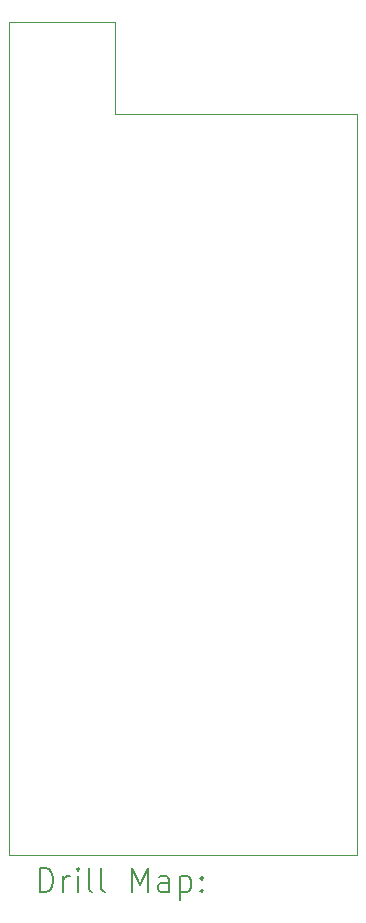
<source format=gbr>
%TF.GenerationSoftware,KiCad,Pcbnew,7.0.7*%
%TF.CreationDate,2024-02-09T14:16:55-05:00*%
%TF.ProjectId,key-fob-pcb,6b65792d-666f-4622-9d70-63622e6b6963,rev?*%
%TF.SameCoordinates,Original*%
%TF.FileFunction,Drillmap*%
%TF.FilePolarity,Positive*%
%FSLAX45Y45*%
G04 Gerber Fmt 4.5, Leading zero omitted, Abs format (unit mm)*
G04 Created by KiCad (PCBNEW 7.0.7) date 2024-02-09 14:16:55*
%MOMM*%
%LPD*%
G01*
G04 APERTURE LIST*
%ADD10C,0.038100*%
%ADD11C,0.200000*%
G04 APERTURE END LIST*
D10*
X13825000Y-15700000D02*
X16775000Y-15700000D01*
X14725000Y-8650000D02*
X13825000Y-8650000D01*
X14725000Y-9425000D02*
X14725000Y-8650000D01*
X16775000Y-9425000D02*
X14725000Y-9425000D01*
X16775000Y-15700000D02*
X16775000Y-9425000D01*
X13825000Y-8650000D02*
X13825000Y-15700000D01*
D11*
X14083872Y-16013389D02*
X14083872Y-15813389D01*
X14083872Y-15813389D02*
X14131491Y-15813389D01*
X14131491Y-15813389D02*
X14160062Y-15822913D01*
X14160062Y-15822913D02*
X14179110Y-15841960D01*
X14179110Y-15841960D02*
X14188634Y-15861008D01*
X14188634Y-15861008D02*
X14198157Y-15899103D01*
X14198157Y-15899103D02*
X14198157Y-15927674D01*
X14198157Y-15927674D02*
X14188634Y-15965770D01*
X14188634Y-15965770D02*
X14179110Y-15984817D01*
X14179110Y-15984817D02*
X14160062Y-16003865D01*
X14160062Y-16003865D02*
X14131491Y-16013389D01*
X14131491Y-16013389D02*
X14083872Y-16013389D01*
X14283872Y-16013389D02*
X14283872Y-15880055D01*
X14283872Y-15918151D02*
X14293396Y-15899103D01*
X14293396Y-15899103D02*
X14302919Y-15889579D01*
X14302919Y-15889579D02*
X14321967Y-15880055D01*
X14321967Y-15880055D02*
X14341015Y-15880055D01*
X14407681Y-16013389D02*
X14407681Y-15880055D01*
X14407681Y-15813389D02*
X14398157Y-15822913D01*
X14398157Y-15822913D02*
X14407681Y-15832436D01*
X14407681Y-15832436D02*
X14417205Y-15822913D01*
X14417205Y-15822913D02*
X14407681Y-15813389D01*
X14407681Y-15813389D02*
X14407681Y-15832436D01*
X14531491Y-16013389D02*
X14512443Y-16003865D01*
X14512443Y-16003865D02*
X14502919Y-15984817D01*
X14502919Y-15984817D02*
X14502919Y-15813389D01*
X14636253Y-16013389D02*
X14617205Y-16003865D01*
X14617205Y-16003865D02*
X14607681Y-15984817D01*
X14607681Y-15984817D02*
X14607681Y-15813389D01*
X14864824Y-16013389D02*
X14864824Y-15813389D01*
X14864824Y-15813389D02*
X14931491Y-15956246D01*
X14931491Y-15956246D02*
X14998157Y-15813389D01*
X14998157Y-15813389D02*
X14998157Y-16013389D01*
X15179110Y-16013389D02*
X15179110Y-15908627D01*
X15179110Y-15908627D02*
X15169586Y-15889579D01*
X15169586Y-15889579D02*
X15150538Y-15880055D01*
X15150538Y-15880055D02*
X15112443Y-15880055D01*
X15112443Y-15880055D02*
X15093396Y-15889579D01*
X15179110Y-16003865D02*
X15160062Y-16013389D01*
X15160062Y-16013389D02*
X15112443Y-16013389D01*
X15112443Y-16013389D02*
X15093396Y-16003865D01*
X15093396Y-16003865D02*
X15083872Y-15984817D01*
X15083872Y-15984817D02*
X15083872Y-15965770D01*
X15083872Y-15965770D02*
X15093396Y-15946722D01*
X15093396Y-15946722D02*
X15112443Y-15937198D01*
X15112443Y-15937198D02*
X15160062Y-15937198D01*
X15160062Y-15937198D02*
X15179110Y-15927674D01*
X15274348Y-15880055D02*
X15274348Y-16080055D01*
X15274348Y-15889579D02*
X15293396Y-15880055D01*
X15293396Y-15880055D02*
X15331491Y-15880055D01*
X15331491Y-15880055D02*
X15350538Y-15889579D01*
X15350538Y-15889579D02*
X15360062Y-15899103D01*
X15360062Y-15899103D02*
X15369586Y-15918151D01*
X15369586Y-15918151D02*
X15369586Y-15975293D01*
X15369586Y-15975293D02*
X15360062Y-15994341D01*
X15360062Y-15994341D02*
X15350538Y-16003865D01*
X15350538Y-16003865D02*
X15331491Y-16013389D01*
X15331491Y-16013389D02*
X15293396Y-16013389D01*
X15293396Y-16013389D02*
X15274348Y-16003865D01*
X15455300Y-15994341D02*
X15464824Y-16003865D01*
X15464824Y-16003865D02*
X15455300Y-16013389D01*
X15455300Y-16013389D02*
X15445777Y-16003865D01*
X15445777Y-16003865D02*
X15455300Y-15994341D01*
X15455300Y-15994341D02*
X15455300Y-16013389D01*
X15455300Y-15889579D02*
X15464824Y-15899103D01*
X15464824Y-15899103D02*
X15455300Y-15908627D01*
X15455300Y-15908627D02*
X15445777Y-15899103D01*
X15445777Y-15899103D02*
X15455300Y-15889579D01*
X15455300Y-15889579D02*
X15455300Y-15908627D01*
M02*

</source>
